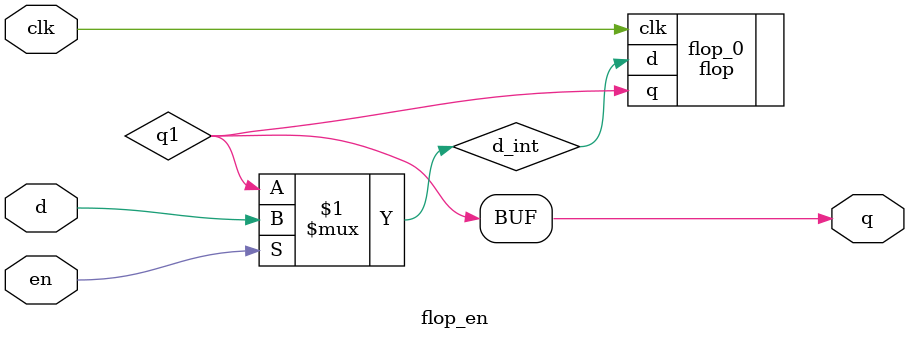
<source format=v>
`define FPGA_BUILD 1
`include "alu_definitions.v"
`include "decode_definitions.v"
`include "issue_definitions.v"
`include "lsu_definitions.v"
`include "global_definitions.v"
module flop_en (q, d, en, clk);

  output q;
  input d;
  input en;
  input clk;

  wire d_int, q1;

  assign d_int = en ? d : q1;
  assign q = q1;

  flop flop_0(.q(q1), .d(d_int), .clk(clk));
  
endmodule

</source>
